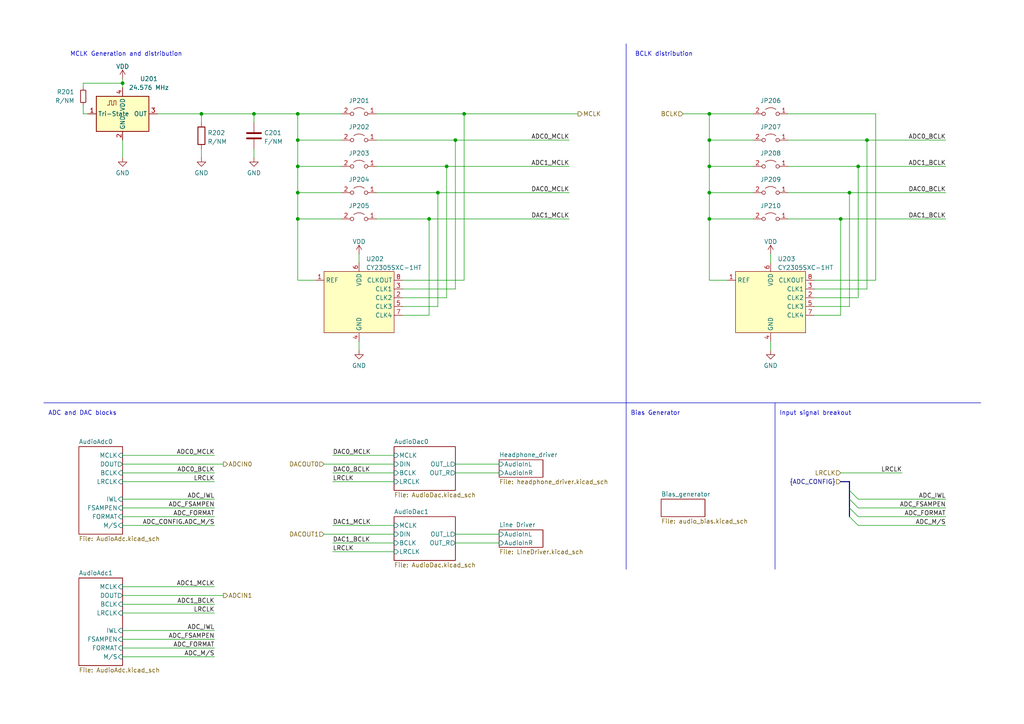
<source format=kicad_sch>
(kicad_sch (version 20230121) (generator eeschema)
  (paper "A4")
  (lib_symbols
    (symbol "CY2305SXC-1HT_1"
      (property "Reference" "U" (at -8.89 8.89 0))
      (property "Value" "CY2305SXC-1HT_1" (at 10.16 8.89 0))
      (symbol "CY2305SXC-1HT_1_0_1"
        (rectangle (start -10.16 7.62) (end 10.16 -10.16) (stroke (width 0.1524)) (fill (type background)))
      )
      (symbol "CY2305SXC-1HT_1_1_1"
        (pin input line (at -12.7 5.08 0) (length 2.54) (name "REF") (number "1"))
        (pin input line (at 12.7 0 180) (length 2.54) (name "CLK2") (number "2"))
        (pin input line (at 12.7 2.54 180) (length 2.54) (name "CLK1") (number "3"))
        (pin input line (at 0 -12.7 90) (length 2.54) (name "GND") (number "4"))
        (pin input line (at 12.7 -2.54 180) (length 2.54) (name "CLK3") (number "5"))
        (pin input line (at 0 10.16 270) (length 2.54) (name "VDD") (number "6"))
        (pin input line (at 12.7 -5.08 180) (length 2.54) (name "CLK4") (number "7"))
        (pin input line (at 12.7 5.08 180) (length 2.54) (name "CLKOUT") (number "8"))
      )
    )
    (symbol "Device:C" (pin_numbers hide) (pin_names (offset 0.254))
      (property "Reference" "C" (at 0.635 2.54 0))
      (property "Value" "C" (at 0.635 -2.54 0))
      (symbol "C_0_1"
        (polyline (pts (xy -2.032 -0.762) (xy 2.032 -0.762)) (stroke (width 0.508)))
        (polyline (pts (xy -2.032 0.762) (xy 2.032 0.762)) (stroke (width 0.508)))
      )
      (symbol "C_1_1"
        (pin passive line (at 0 3.81 270) (length 2.794) (name "~") (number "1"))
        (pin passive line (at 0 -3.81 90) (length 2.794) (name "~") (number "2"))
      )
    )
    (symbol "Device:R" (pin_numbers hide) (pin_names (offset 0))
      (property "Reference" "R" (at 2.032 0 90))
      (property "Value" "R" (at 0 0 90))
      (symbol "R_0_1"
        (rectangle (start -1.016 -2.54) (end 1.016 2.54) (stroke (width 0.254)))
      )
      (symbol "R_1_1"
        (pin passive line (at 0 3.81 270) (length 1.27) (name "~") (number "1"))
        (pin passive line (at 0 -3.81 90) (length 1.27) (name "~") (number "2"))
      )
    )
    (symbol "Device:R_Small" (pin_numbers hide) (pin_names (offset 0.254) hide)
      (property "Reference" "R" (at 0.762 0.508 0))
      (property "Value" "R_Small" (at 0.762 -1.016 0))
      (symbol "R_Small_0_1"
        (rectangle (start -0.762 1.778) (end 0.762 -1.778) (stroke (width 0.2032)))
      )
      (symbol "R_Small_1_1"
        (pin passive line (at 0 2.54 270) (length 0.762) (name "~") (number "1"))
        (pin passive line (at 0 -2.54 90) (length 0.762) (name "~") (number "2"))
      )
    )
    (symbol "Jumper:Jumper_2_Open" (pin_names (offset 0) hide)
      (property "Reference" "JP" (at 0 2.794 0))
      (property "Value" "Jumper_2_Open" (at 0 -2.286 0))
      (symbol "Jumper_2_Open_0_0"
        (circle (center -2.032 0) (radius 0.508))
        (circle (center 2.032 0) (radius 0.508))
      )
      (symbol "Jumper_2_Open_0_1"
        (arc (start 1.524 1.27) (mid 0 1.778) (end -1.524 1.27))
      )
      (symbol "Jumper_2_Open_1_1"
        (pin passive line (at -5.08 0 0) (length 2.54) (name "A") (number "1"))
        (pin passive line (at 5.08 0 180) (length 2.54) (name "B") (number "2"))
      )
    )
    (symbol "Oscillator:ECS-2520MV-xxx-xx"
      (property "Reference" "X" (at -5.08 6.35 0))
      (property "Value" "ECS-2520MV-xxx-xx" (at 1.27 -6.35 0))
      (symbol "ECS-2520MV-xxx-xx_0_1"
        (rectangle (start -7.62 5.08) (end 7.62 -5.08) (stroke (width 0.254)) (fill (type background)))
        (polyline (pts (xy -4.445 2.54) (xy -3.81 2.54) (xy -3.81 3.81) (xy -3.175 3.81) (xy -3.175 2.54) (xy -2.54 2.54) (xy -2.54 3.81) (xy -1.905 3.81) (xy -1.905 2.54)))
      )
      (symbol "ECS-2520MV-xxx-xx_1_1"
        (pin input line (at -10.16 0 0) (length 2.54) (name "Tri-State") (number "1"))
        (pin power_in line (at 0 -7.62 90) (length 2.54) (name "GND") (number "2"))
        (pin output line (at 10.16 0 180) (length 2.54) (name "OUT") (number "3"))
        (pin power_in line (at 0 7.62 270) (length 2.54) (name "VDD") (number "4"))
      )
    )
    (symbol "Skrooter_symbols:CY2305SXC-1HT"
      (property "Reference" "U" (at -8.89 8.89 0))
      (property "Value" "CY2305SXC-1HT" (at 10.16 8.89 0))
      (symbol "CY2305SXC-1HT_0_1"
        (rectangle (start -10.16 7.62) (end 10.16 -10.16) (stroke (width 0.1524)) (fill (type background)))
      )
      (symbol "CY2305SXC-1HT_1_1"
        (pin input line (at -12.7 5.08 0) (length 2.54) (name "REF") (number "1"))
        (pin input line (at 12.7 0 180) (length 2.54) (name "CLK2") (number "2"))
        (pin input line (at 12.7 2.54 180) (length 2.54) (name "CLK1") (number "3"))
        (pin input line (at 0 -12.7 90) (length 2.54) (name "GND") (number "4"))
        (pin input line (at 12.7 -2.54 180) (length 2.54) (name "CLK3") (number "5"))
        (pin input line (at 0 10.16 270) (length 2.54) (name "VDD") (number "6"))
        (pin input line (at 12.7 -5.08 180) (length 2.54) (name "CLK4") (number "7"))
        (pin input line (at 12.7 5.08 180) (length 2.54) (name "CLKOUT") (number "8"))
      )
    )
    (symbol "power:GND" (power) (pin_names (offset 0))
      (property "Value" "GND" (at 0 -3.81 0))
      (symbol "GND_0_1"
        (polyline (pts (xy 0 0) (xy 0 -1.27) (xy 1.27 -1.27) (xy 0 -2.54) (xy -1.27 -1.27) (xy 0 -1.27)))
      )
      (symbol "GND_1_1"
        (pin power_in line (at 0 0 270) (length 0) hide (name "GND") (number "1"))
      )
    )
    (symbol "power:VDD" (power) (pin_names (offset 0))
      (property "Value" "VDD" (at 0 3.81 0))
      (symbol "VDD_0_1"
        (polyline (pts (xy -0.762 1.27) (xy 0 2.54)))
        (polyline (pts (xy 0 0) (xy 0 2.54)))
        (polyline (pts (xy 0 2.54) (xy 0.762 1.27)))
      )
      (symbol "VDD_1_1"
        (pin power_in line (at 0 0 90) (length 0) hide (name "VDD") (number "1"))
      )
    )
  )
  (bus_alias "ADC_CONFIG" (members "ADC_IWL" "ADC_FSAMPEN" "ADC_FORMAT" "ADC_M/S"))
  (junction (at 86.36 63.5))
  (junction (at 86.36 33.02))
  (junction (at 134.62 33.02))
  (junction (at 35.56 24.13))
  (junction (at 58.42 33.02))
  (junction (at 86.36 48.26))
  (junction (at 86.36 40.64))
  (junction (at 205.74 48.26))
  (junction (at 132.08 40.64))
  (junction (at 124.46 63.5))
  (junction (at 251.46 40.64))
  (junction (at 86.36 55.88))
  (junction (at 127 55.88))
  (junction (at 205.74 40.64))
  (junction (at 205.74 55.88))
  (junction (at 73.66 33.02))
  (junction (at 243.84 63.5))
  (junction (at 248.92 48.26))
  (junction (at 129.54 48.26))
  (junction (at 205.74 63.5))
  (junction (at 246.38 55.88))
  (junction (at 205.74 33.02))
  (bus_entry (at 246.38 147.32) (size 2.54 2.54))
  (bus_entry (at 246.38 142.24) (size 2.54 2.54))
  (bus_entry (at 246.38 149.86) (size 2.54 2.54))
  (bus_entry (at 246.38 144.78) (size 2.54 2.54))
  (wire (pts (xy 236.22 88.9) (xy 246.38 88.9)))
  (wire (pts (xy 35.56 177.8) (xy 62.23 177.8)))
  (wire (pts (xy 223.52 101.6) (xy 223.52 99.06)))
  (wire (pts (xy 248.92 86.36) (xy 248.92 48.26)))
  (wire (pts (xy 114.3 139.7) (xy 96.52 139.7)))
  (wire (pts (xy 114.3 152.4) (xy 96.52 152.4)))
  (wire (pts (xy 205.74 40.64) (xy 205.74 33.02)))
  (wire (pts (xy 248.92 149.86) (xy 274.32 149.86)))
  (wire (pts (xy 35.56 172.72) (xy 64.77 172.72)))
  (bus (pts (xy 246.38 142.24) (xy 246.38 144.78)))
  (wire (pts (xy 45.72 33.02) (xy 58.42 33.02)))
  (wire (pts (xy 35.56 149.86) (xy 62.23 149.86)))
  (wire (pts (xy 124.46 63.5) (xy 124.46 91.44)))
  (wire (pts (xy 134.62 33.02) (xy 134.62 81.28)))
  (bus (pts (xy 246.38 147.32) (xy 246.38 149.86)))
  (wire (pts (xy 114.3 154.94) (xy 93.98 154.94)))
  (wire (pts (xy 86.36 33.02) (xy 99.06 33.02)))
  (wire (pts (xy 198.12 33.02) (xy 205.74 33.02)))
  (wire (pts (xy 248.92 147.32) (xy 274.32 147.32)))
  (wire (pts (xy 109.22 48.26) (xy 129.54 48.26)))
  (wire (pts (xy 35.56 170.18) (xy 62.23 170.18)))
  (bus (pts (xy 243.84 139.7) (xy 246.38 139.7)))
  (wire (pts (xy 205.74 63.5) (xy 205.74 55.88)))
  (wire (pts (xy 86.36 48.26) (xy 86.36 55.88)))
  (wire (pts (xy 62.23 182.88) (xy 35.56 182.88)))
  (wire (pts (xy 251.46 40.64) (xy 251.46 83.82)))
  (bus (pts (xy 246.38 144.78) (xy 246.38 147.32)))
  (wire (pts (xy 62.23 132.08) (xy 35.56 132.08)))
  (wire (pts (xy 86.36 33.02) (xy 86.36 40.64)))
  (wire (pts (xy 205.74 48.26) (xy 205.74 40.64)))
  (wire (pts (xy 124.46 63.5) (xy 165.1 63.5)))
  (wire (pts (xy 228.6 48.26) (xy 248.92 48.26)))
  (wire (pts (xy 86.36 63.5) (xy 99.06 63.5)))
  (wire (pts (xy 25.4 33.02) (xy 24.13 33.02)))
  (wire (pts (xy 35.56 137.16) (xy 62.23 137.16)))
  (wire (pts (xy 248.92 152.4) (xy 274.32 152.4)))
  (wire (pts (xy 109.22 40.64) (xy 132.08 40.64)))
  (wire (pts (xy 35.56 187.96) (xy 62.23 187.96)))
  (wire (pts (xy 73.66 43.18) (xy 73.66 45.72)))
  (wire (pts (xy 109.22 55.88) (xy 127 55.88)))
  (wire (pts (xy 129.54 48.26) (xy 129.54 86.36)))
  (wire (pts (xy 35.56 22.86) (xy 35.56 24.13)))
  (wire (pts (xy 132.08 40.64) (xy 132.08 83.82)))
  (wire (pts (xy 132.08 137.16) (xy 144.78 137.16)))
  (wire (pts (xy 86.36 81.28) (xy 91.44 81.28)))
  (wire (pts (xy 132.08 157.48) (xy 144.78 157.48)))
  (wire (pts (xy 243.84 137.16) (xy 261.62 137.16)))
  (wire (pts (xy 35.56 175.26) (xy 62.23 175.26)))
  (wire (pts (xy 58.42 33.02) (xy 73.66 33.02)))
  (wire (pts (xy 248.92 144.78) (xy 274.32 144.78)))
  (wire (pts (xy 228.6 40.64) (xy 251.46 40.64)))
  (wire (pts (xy 205.74 81.28) (xy 210.82 81.28)))
  (polyline (pts (xy 181.61 116.84) (xy 181.61 165.1)))
  (wire (pts (xy 223.52 73.66) (xy 223.52 76.2)))
  (wire (pts (xy 58.42 43.18) (xy 58.42 45.72)))
  (wire (pts (xy 58.42 33.02) (xy 58.42 35.56)))
  (wire (pts (xy 35.56 185.42) (xy 62.23 185.42)))
  (wire (pts (xy 62.23 144.78) (xy 35.56 144.78)))
  (wire (pts (xy 129.54 48.26) (xy 165.1 48.26)))
  (wire (pts (xy 35.56 152.4) (xy 62.23 152.4)))
  (bus (pts (xy 246.38 139.7) (xy 246.38 142.24)))
  (wire (pts (xy 24.13 33.02) (xy 24.13 30.48)))
  (wire (pts (xy 248.92 48.26) (xy 274.32 48.26)))
  (polyline (pts (xy 224.79 116.84) (xy 224.79 165.1)))
  (wire (pts (xy 236.22 81.28) (xy 254 81.28)))
  (wire (pts (xy 205.74 63.5) (xy 205.74 81.28)))
  (wire (pts (xy 24.13 24.13) (xy 35.56 24.13)))
  (wire (pts (xy 86.36 55.88) (xy 99.06 55.88)))
  (wire (pts (xy 114.3 137.16) (xy 96.52 137.16)))
  (polyline (pts (xy 181.61 12.7) (xy 181.61 116.84)))
  (wire (pts (xy 134.62 33.02) (xy 109.22 33.02)))
  (wire (pts (xy 116.84 86.36) (xy 129.54 86.36)))
  (wire (pts (xy 35.56 40.64) (xy 35.56 45.72)))
  (polyline (pts (xy 181.61 116.84) (xy 284.48 116.84)))
  (wire (pts (xy 132.08 40.64) (xy 165.1 40.64)))
  (wire (pts (xy 114.3 132.08) (xy 96.52 132.08)))
  (wire (pts (xy 246.38 55.88) (xy 246.38 88.9)))
  (wire (pts (xy 205.74 55.88) (xy 218.44 55.88)))
  (wire (pts (xy 73.66 33.02) (xy 86.36 33.02)))
  (wire (pts (xy 114.3 134.62) (xy 93.98 134.62)))
  (wire (pts (xy 86.36 48.26) (xy 99.06 48.26)))
  (wire (pts (xy 116.84 83.82) (xy 132.08 83.82)))
  (wire (pts (xy 205.74 63.5) (xy 218.44 63.5)))
  (wire (pts (xy 205.74 48.26) (xy 218.44 48.26)))
  (wire (pts (xy 114.3 160.02) (xy 96.52 160.02)))
  (wire (pts (xy 254 81.28) (xy 254 33.02)))
  (wire (pts (xy 205.74 33.02) (xy 218.44 33.02)))
  (wire (pts (xy 236.22 86.36) (xy 248.92 86.36)))
  (wire (pts (xy 205.74 40.64) (xy 218.44 40.64)))
  (wire (pts (xy 251.46 40.64) (xy 274.32 40.64)))
  (wire (pts (xy 246.38 55.88) (xy 274.32 55.88)))
  (wire (pts (xy 24.13 24.13) (xy 24.13 25.4)))
  (wire (pts (xy 243.84 63.5) (xy 274.32 63.5)))
  (wire (pts (xy 35.56 147.32) (xy 62.23 147.32)))
  (wire (pts (xy 35.56 139.7) (xy 62.23 139.7)))
  (wire (pts (xy 132.08 134.62) (xy 144.78 134.62)))
  (wire (pts (xy 116.84 88.9) (xy 127 88.9)))
  (wire (pts (xy 116.84 91.44) (xy 124.46 91.44)))
  (wire (pts (xy 127 55.88) (xy 127 88.9)))
  (wire (pts (xy 35.56 190.5) (xy 62.23 190.5)))
  (wire (pts (xy 73.66 33.02) (xy 73.66 35.56)))
  (wire (pts (xy 127 55.88) (xy 165.1 55.88)))
  (wire (pts (xy 109.22 63.5) (xy 124.46 63.5)))
  (wire (pts (xy 86.36 55.88) (xy 86.36 63.5)))
  (wire (pts (xy 104.14 101.6) (xy 104.14 99.06)))
  (polyline (pts (xy 12.7 116.84) (xy 181.61 116.84)))
  (wire (pts (xy 228.6 63.5) (xy 243.84 63.5)))
  (wire (pts (xy 205.74 55.88) (xy 205.74 48.26)))
  (wire (pts (xy 86.36 40.64) (xy 99.06 40.64)))
  (wire (pts (xy 132.08 154.94) (xy 144.78 154.94)))
  (wire (pts (xy 228.6 55.88) (xy 246.38 55.88)))
  (wire (pts (xy 236.22 91.44) (xy 243.84 91.44)))
  (wire (pts (xy 243.84 91.44) (xy 243.84 63.5)))
  (wire (pts (xy 134.62 33.02) (xy 167.64 33.02)))
  (wire (pts (xy 86.36 40.64) (xy 86.36 48.26)))
  (wire (pts (xy 35.56 134.62) (xy 64.77 134.62)))
  (wire (pts (xy 86.36 63.5) (xy 86.36 81.28)))
  (wire (pts (xy 236.22 83.82) (xy 251.46 83.82)))
  (wire (pts (xy 254 33.02) (xy 228.6 33.02)))
  (wire (pts (xy 116.84 81.28) (xy 134.62 81.28)))
  (wire (pts (xy 35.56 24.13) (xy 35.56 25.4)))
  (wire (pts (xy 104.14 73.66) (xy 104.14 76.2)))
  (wire (pts (xy 114.3 157.48) (xy 96.52 157.48)))
  (text "MCLK Generation and distribution" (at 20.32 16.51 0) (effects (font (size 1.27 1.27)) (justify left bottom)))
  (text "Bias Generator" (at 182.88 120.65 0) (effects (font (size 1.27 1.27)) (justify left bottom)))
  (text "ADC and DAC blocks" (at 13.97 120.65 0) (effects (font (size 1.27 1.27)) (justify left bottom)))
  (text "Input signal breakout" (at 226.06 120.65 0) (effects (font (size 1.27 1.27)) (justify left bottom)))
  (text "BCLK distribution" (at 184.15 16.51 0) (effects (font (size 1.27 1.27)) (justify left bottom)))
  (label "ADC0_BCLK" (at 274.32 40.64 180))
  (label "LRCLK" (at 261.62 137.16 180))
  (label "LRCLK" (at 62.23 139.7 180))
  (label "ADC1_MCLK" (at 62.23 170.18 180))
  (label "ADC_FSAMPEN" (at 274.32 147.32 180))
  (label "ADC_FSAMPEN" (at 62.23 147.32 180))
  (label "DAC0_MCLK" (at 96.52 132.08 0))
  (label "LRCLK" (at 96.52 160.02 0))
  (label "ADC_M{slash}S" (at 62.23 190.5 180))
  (label "ADC_IWL" (at 274.32 144.78 180))
  (label "ADC_CONFIG.ADC_M{slash}S" (at 62.23 152.4 180))
  (label "ADC1_BCLK" (at 62.23 175.26 180))
  (label "DAC1_BCLK" (at 274.32 63.5 180))
  (label "ADC0_MCLK" (at 165.1 40.64 180))
  (label "ADC_FSAMPEN" (at 62.23 185.42 180))
  (label "DAC0_MCLK" (at 165.1 55.88 180))
  (label "ADC_M{slash}S" (at 274.32 152.4 180))
  (label "LRCLK" (at 96.52 139.7 0))
  (label "ADC1_MCLK" (at 165.1 48.26 180))
  (label "ADC_IWL" (at 62.23 144.78 180))
  (label "ADC0_BCLK" (at 62.23 137.16 180))
  (label "DAC1_MCLK" (at 96.52 152.4 0))
  (label "ADC_FORMAT" (at 274.32 149.86 180))
  (label "DAC1_MCLK" (at 165.1 63.5 180))
  (label "ADC1_BCLK" (at 274.32 48.26 180))
  (label "LRCLK" (at 62.23 177.8 180))
  (label "ADC_FORMAT" (at 62.23 187.96 180))
  (label "ADC_IWL" (at 62.23 182.88 180))
  (label "DAC0_BCLK" (at 96.52 137.16 0))
  (label "DAC1_BCLK" (at 96.52 157.48 0))
  (label "ADC0_MCLK" (at 62.23 132.08 180))
  (label "DAC0_BCLK" (at 274.32 55.88 180))
  (label "ADC_FORMAT" (at 62.23 149.86 180))
  (hierarchical_label "MCLK" (shape output) (at 167.64 33.02 0))
  (hierarchical_label "DACOUT1" (shape input) (at 93.98 154.94 180))
  (hierarchical_label "DACOUT0" (shape input) (at 93.98 134.62 180))
  (hierarchical_label "{ADC_CONFIG}" (shape input) (at 243.84 139.7 180))
  (hierarchical_label "ADCIN0" (shape output) (at 64.77 134.62 0))
  (hierarchical_label "LRCLK" (shape input) (at 243.84 137.16 180))
  (hierarchical_label "BCLK" (shape input) (at 198.12 33.02 180))
  (hierarchical_label "ADCIN1" (shape output) (at 64.77 172.72 0))
  (symbol (lib_name "CY2305SXC-1HT_1") (lib_id "Skrooter_symbols:CY2305SXC-1HT") (at 223.52 86.36 0) (unit 1)
    (property "Reference" "U203" (at 225.5394 75.091 0) (effects (justify left)))
    (property "Value" "CY2305SXC-1HT" (at 225.5394 77.6279 0) (effects (justify left)))
    (property "Footprint" "Package_SO:SOIC-8_3.9x4.9mm_P1.27mm" (effects hide))
    (property "Datasheet" "https://datasheet.lcsc.com/lcsc/2011101039_Cypress-Semicon-CY2305SXC-1HT_C914887.pdf" (effects hide))
    (property "LCSC" "C914887" (effects hide))
  )
  (symbol (lib_id "power:GND") (at 73.66 45.72 0) (unit 1)
    (property "Reference" "#PWR0204" (effects hide))
    (property "Value" "GND" (at 73.66 50.1634 0))
  )
  (symbol (lib_id "Jumper:Jumper_2_Open") (at 104.14 55.88 0) (mirror y) (unit 1)
    (property "Reference" "JP204" (at 104.14 52.07 0))
    (property "Value" "Jumper_2_Open" (effects hide))
    (property "Footprint" "Jumper:SolderJumper-2_P1.3mm_Open_TrianglePad1.0x1.5mm" (effects hide))
  )
  (symbol (lib_id "power:VDD") (at 104.14 73.66 0) (unit 1)
    (property "Reference" "#PWR0205" (effects hide))
    (property "Value" "VDD" (at 104.14 70.0842 0))
  )
  (symbol (lib_id "Jumper:Jumper_2_Open") (at 104.14 48.26 0) (mirror y) (unit 1)
    (property "Reference" "JP203" (at 104.14 44.45 0))
    (property "Value" "Jumper_2_Open" (effects hide))
    (property "Footprint" "Jumper:SolderJumper-2_P1.3mm_Open_TrianglePad1.0x1.5mm" (effects hide))
  )
  (symbol (lib_id "Jumper:Jumper_2_Open") (at 223.52 63.5 0) (mirror y) (unit 1)
    (property "Reference" "JP210" (at 223.52 59.69 0))
    (property "Value" "Jumper_2_Open" (effects hide))
    (property "Footprint" "Jumper:SolderJumper-2_P1.3mm_Open_TrianglePad1.0x1.5mm" (effects hide))
  )
  (symbol (lib_id "Device:R_Small") (at 24.13 27.94 0) (unit 1)
    (property "Reference" "R201" (at 21.59 26.67 0) (effects (justify right)))
    (property "Value" "R/NM" (at 21.59 29.21 0) (effects (justify right)))
    (property "Footprint" "Resistor_SMD:R_0805_2012Metric_Pad1.20x1.40mm_HandSolder" (effects hide))
  )
  (symbol (lib_id "power:VDD") (at 223.52 73.66 0) (unit 1)
    (property "Reference" "#PWR0207" (effects hide))
    (property "Value" "VDD" (at 223.52 70.0842 0))
  )
  (symbol (lib_id "Jumper:Jumper_2_Open") (at 223.52 55.88 0) (mirror y) (unit 1)
    (property "Reference" "JP209" (at 223.52 52.07 0))
    (property "Value" "Jumper_2_Open" (effects hide))
    (property "Footprint" "Jumper:SolderJumper-2_P1.3mm_Open_TrianglePad1.0x1.5mm" (effects hide))
  )
  (symbol (lib_id "power:GND") (at 58.42 45.72 0) (unit 1)
    (property "Reference" "#PWR0203" (effects hide))
    (property "Value" "GND" (at 58.42 50.1634 0))
  )
  (symbol (lib_id "Jumper:Jumper_2_Open") (at 223.52 40.64 0) (mirror y) (unit 1)
    (property "Reference" "JP207" (at 223.52 36.83 0))
    (property "Value" "Jumper_2_Open" (effects hide))
    (property "Footprint" "Jumper:SolderJumper-2_P1.3mm_Open_TrianglePad1.0x1.5mm" (effects hide))
  )
  (symbol (lib_id "power:GND") (at 35.56 45.72 0) (unit 1)
    (property "Reference" "#PWR0202" (effects hide))
    (property "Value" "GND" (at 35.56 50.1634 0))
  )
  (symbol (lib_id "Jumper:Jumper_2_Open") (at 223.52 33.02 0) (mirror y) (unit 1)
    (property "Reference" "JP206" (at 223.52 29.21 0))
    (property "Value" "Jumper_2_Open" (effects hide))
    (property "Footprint" "Jumper:SolderJumper-2_P1.3mm_Open_TrianglePad1.0x1.5mm" (effects hide))
  )
  (symbol (lib_id "Jumper:Jumper_2_Open") (at 104.14 33.02 0) (mirror y) (unit 1)
    (property "Reference" "JP201" (at 104.14 29.21 0))
    (property "Value" "Jumper_2_Open" (effects hide))
    (property "Footprint" "Jumper:SolderJumper-2_P1.3mm_Open_TrianglePad1.0x1.5mm" (effects hide))
  )
  (symbol (lib_id "Device:R") (at 58.42 39.37 0) (unit 1)
    (property "Reference" "R202" (at 60.198 38.5353 0) (effects (justify left)))
    (property "Value" "R/NM" (at 60.198 41.0722 0) (effects (justify left)))
    (property "Footprint" "Resistor_SMD:R_0805_2012Metric_Pad1.20x1.40mm_HandSolder" (effects hide))
  )
  (symbol (lib_id "power:GND") (at 104.14 101.6 0) (unit 1)
    (property "Reference" "#PWR0206" (effects hide))
    (property "Value" "GND" (at 104.14 106.0434 0))
  )
  (symbol (lib_id "Device:C") (at 73.66 39.37 0) (unit 1)
    (property "Reference" "C201" (at 76.581 38.5353 0) (effects (justify left)))
    (property "Value" "F/NM" (at 76.581 41.0722 0) (effects (justify left)))
    (property "Footprint" "Capacitor_SMD:C_0603_1608Metric_Pad1.08x0.95mm_HandSolder" (effects hide))
  )
  (symbol (lib_id "power:GND") (at 223.52 101.6 0) (unit 1)
    (property "Reference" "#PWR0208" (effects hide))
    (property "Value" "GND" (at 223.52 106.0434 0))
  )
  (symbol (lib_id "Oscillator:ECS-2520MV-xxx-xx") (at 35.56 33.02 0) (unit 1)
    (property "Reference" "U201" (at 43.18 22.86 0))
    (property "Value" "24.576 MHz" (at 43.18 25.4 0))
    (property "Footprint" "Oscillator:Oscillator_SMD_Abracon_ASE-4Pin_3.2x2.5mm_HandSoldering" (effects hide))
    (property "Datasheet" "https://datasheet.lcsc.com/lcsc/2209071730_Shenzhen-SCTF-Elec-S3D24-576000B20F30T_C387393.pdf" (effects hide))
    (property "LCSC" "C387393" (effects hide))
  )
  (symbol (lib_id "Jumper:Jumper_2_Open") (at 104.14 40.64 0) (mirror y) (unit 1)
    (property "Reference" "JP202" (at 104.14 36.83 0))
    (property "Value" "Jumper_2_Open" (effects hide))
    (property "Footprint" "Jumper:SolderJumper-2_P1.3mm_Open_TrianglePad1.0x1.5mm" (effects hide))
  )
  (symbol (lib_id "Jumper:Jumper_2_Open") (at 104.14 63.5 0) (mirror y) (unit 1)
    (property "Reference" "JP205" (at 104.14 59.69 0))
    (property "Value" "Jumper_2_Open" (effects hide))
    (property "Footprint" "Jumper:SolderJumper-2_P1.3mm_Open_TrianglePad1.0x1.5mm" (effects hide))
  )
  (symbol (lib_id "power:VDD") (at 35.56 22.86 0) (unit 1)
    (property "Reference" "#PWR0201" (effects hide))
    (property "Value" "VDD" (at 35.56 19.2842 0))
  )
  (symbol (lib_id "Jumper:Jumper_2_Open") (at 223.52 48.26 0) (mirror y) (unit 1)
    (property "Reference" "JP208" (at 223.52 44.45 0))
    (property "Value" "Jumper_2_Open" (effects hide))
    (property "Footprint" "Jumper:SolderJumper-2_P1.3mm_Open_TrianglePad1.0x1.5mm" (effects hide))
  )
  (symbol (lib_id "Skrooter_symbols:CY2305SXC-1HT") (at 104.14 86.36 0) (unit 1)
    (property "Reference" "U202" (at 106.1594 75.091 0) (effects (justify left)))
    (property "Value" "CY2305SXC-1HT" (at 106.1594 77.6279 0) (effects (justify left)))
    (property "Footprint" "Package_SO:SOIC-8_3.9x4.9mm_P1.27mm" (effects hide))
    (property "Datasheet" "https://datasheet.lcsc.com/lcsc/2011101039_Cypress-Semicon-CY2305SXC-1HT_C914887.pdf" (effects hide))
    (property "LCSC" "C914887" (effects hide))
  )
  (sheet (at 114.3 129.54) (size 17.78 12.7) (stroke (width 0.1524))
    (property "Sheetname" "AudioDac0" (at 114.3 128.8284 0) (effects (justify left bottom)))
    (property "Sheetfile" "AudioDac.kicad_sch" (at 114.3 142.8246 0) (effects (justify left top)))
    (pin "BCLK" input (at 114.3 137.16 180))
    (pin "DIN" input (at 114.3 134.62 180))
    (pin "MCLK" input (at 114.3 132.08 180))
    (pin "LRCLK" input (at 114.3 139.7 180))
    (pin "OUT_L" output (at 132.08 134.62 0))
    (pin "OUT_R" output (at 132.08 137.16 0))
  )
  (sheet (at 114.3 149.86) (size 17.78 12.7) (stroke (width 0.1524))
    (property "Sheetname" "AudioDac1" (at 114.3 149.1484 0) (effects (justify left bottom)))
    (property "Sheetfile" "AudioDac.kicad_sch" (at 114.3 163.1446 0) (effects (justify left top)))
    (pin "BCLK" input (at 114.3 157.48 180))
    (pin "DIN" input (at 114.3 154.94 180))
    (pin "MCLK" input (at 114.3 152.4 180))
    (pin "LRCLK" input (at 114.3 160.02 180))
    (pin "OUT_L" output (at 132.08 154.94 0))
    (pin "OUT_R" output (at 132.08 157.48 0))
  )
  (sheet (at 22.86 167.64) (size 12.7 25.4) (stroke (width 0.1524))
    (property "Sheetname" "AudioAdc1" (at 22.86 166.9284 0) (effects (justify left bottom)))
    (property "Sheetfile" "AudioAdc.kicad_sch" (at 22.86 193.6246 0) (effects (justify left top)))
    (pin "MCLK" input (at 35.56 170.18 0))
    (pin "DOUT" output (at 35.56 172.72 0))
    (pin "BCLK" input (at 35.56 175.26 0))
    (pin "LRCLK" input (at 35.56 177.8 0))
    (pin "IWL" input (at 35.56 182.88 0))
    (pin "FSAMPEN" input (at 35.56 185.42 0))
    (pin "FORMAT" input (at 35.56 187.96 0))
    (pin "M{slash}S" input (at 35.56 190.5 0))
  )
  (sheet (at 144.78 133.35) (size 12.7 5.08) (stroke (width 0.1524))
    (property "Sheetname" "Headphone_driver" (at 144.78 132.6384 0) (effects (justify left bottom)))
    (property "Sheetfile" "headphone_driver.kicad_sch" (at 144.78 139.0146 0) (effects (justify left top)))
    (pin "AudioInL" input (at 144.78 134.62 180))
    (pin "AudioInR" input (at 144.78 137.16 180))
  )
  (sheet (at 144.78 153.67) (size 12.7 5.08) (stroke (width 0.1524))
    (property "Sheetname" "Line Driver" (at 144.78 152.9584 0) (effects (justify left bottom)))
    (property "Sheetfile" "LineDriver.kicad_sch" (at 144.78 159.3346 0) (effects (justify left top)))
    (pin "AudioInL" input (at 144.78 154.94 180))
    (pin "AudioInR" input (at 144.78 157.48 180))
  )
  (sheet (at 22.86 129.54) (size 12.7 25.4) (stroke (width 0.1524))
    (property "Sheetname" "AudioAdc0" (at 22.86 128.8284 0) (effects (justify left bottom)))
    (property "Sheetfile" "AudioAdc.kicad_sch" (at 22.86 155.5246 0) (effects (justify left top)))
    (pin "MCLK" input (at 35.56 132.08 0))
    (pin "DOUT" output (at 35.56 134.62 0))
    (pin "BCLK" input (at 35.56 137.16 0))
    (pin "LRCLK" input (at 35.56 139.7 0))
    (pin "IWL" input (at 35.56 144.78 0))
    (pin "FSAMPEN" input (at 35.56 147.32 0))
    (pin "FORMAT" input (at 35.56 149.86 0))
    (pin "M{slash}S" input (at 35.56 152.4 0))
  )
  (sheet (at 191.77 144.78) (size 12.7 5.08) (stroke (width 0.1524))
    (property "Sheetname" "Bias_generator" (at 191.77 144.0684 0) (effects (justify left bottom)))
    (property "Sheetfile" "audio_bias.kicad_sch" (at 191.77 150.4446 0) (effects (justify left top)))
  )
)
</source>
